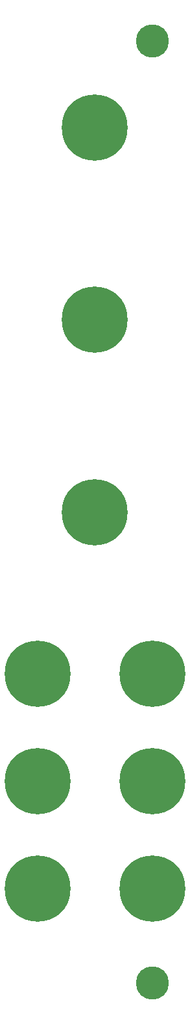
<source format=gbs>
G75*
G70*
%OFA0B0*%
%FSLAX24Y24*%
%IPPOS*%
%LPD*%
%AMOC8*
5,1,8,0,0,1.08239X$1,22.5*
%
%ADD10C,0.3386*%
%ADD11C,0.1700*%
D10*
X003118Y006154D03*
X003118Y011666D03*
X003118Y017178D03*
X006071Y025445D03*
X006071Y035288D03*
X006071Y045130D03*
X009024Y017178D03*
X009024Y011666D03*
X009024Y006154D03*
D11*
X009024Y001331D03*
X009024Y049559D03*
M02*

</source>
